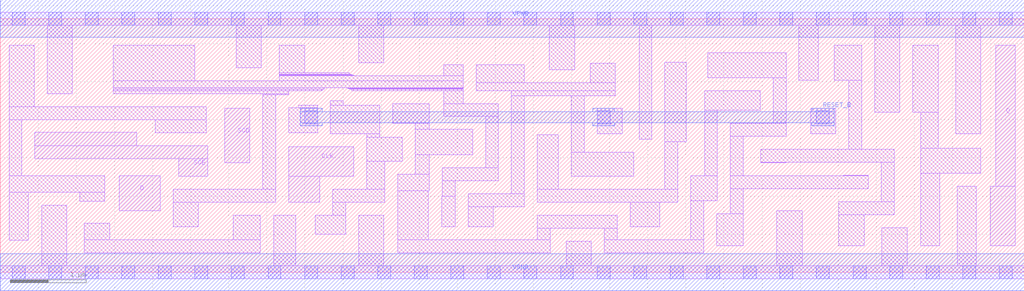
<source format=lef>
# Copyright 2020 The SkyWater PDK Authors
#
# Licensed under the Apache License, Version 2.0 (the "License");
# you may not use this file except in compliance with the License.
# You may obtain a copy of the License at
#
#     https://www.apache.org/licenses/LICENSE-2.0
#
# Unless required by applicable law or agreed to in writing, software
# distributed under the License is distributed on an "AS IS" BASIS,
# WITHOUT WARRANTIES OR CONDITIONS OF ANY KIND, either express or implied.
# See the License for the specific language governing permissions and
# limitations under the License.
#
# SPDX-License-Identifier: Apache-2.0

VERSION 5.5 ;
NAMESCASESENSITIVE ON ;
BUSBITCHARS "[]" ;
DIVIDERCHAR "/" ;
MACRO sky130_fd_sc_ls__sdfrtp_1
  CLASS CORE ;
  SOURCE USER ;
  ORIGIN  0.000000  0.000000 ;
  SIZE  13.44000 BY  3.330000 ;
  SYMMETRY X Y R90 ;
  SITE unit ;
  PIN D
    ANTENNAGATEAREA  0.159000 ;
    DIRECTION INPUT ;
    USE SIGNAL ;
    PORT
      LAYER li1 ;
        RECT 1.565000 0.810000 2.100000 1.265000 ;
    END
  END D
  PIN Q
    ANTENNADIFFAREA  0.541300 ;
    DIRECTION OUTPUT ;
    USE SIGNAL ;
    PORT
      LAYER li1 ;
        RECT 12.995000 0.350000 13.325000 1.130000 ;
        RECT 13.070000 1.130000 13.325000 2.980000 ;
    END
  END Q
  PIN RESET_B
    ANTENNAGATEAREA  0.411000 ;
    DIRECTION INPUT ;
    USE SIGNAL ;
    PORT
      LAYER met1 ;
        RECT  3.935000 1.920000  4.225000 1.965000 ;
        RECT  3.935000 1.965000 10.945000 2.105000 ;
        RECT  3.935000 2.105000  4.225000 2.150000 ;
        RECT  7.775000 1.920000  8.065000 1.965000 ;
        RECT  7.775000 2.105000  8.065000 2.150000 ;
        RECT 10.655000 1.920000 10.945000 1.965000 ;
        RECT 10.655000 2.105000 10.945000 2.150000 ;
    END
  END RESET_B
  PIN SCD
    ANTENNAGATEAREA  0.159000 ;
    DIRECTION INPUT ;
    USE SIGNAL ;
    PORT
      LAYER li1 ;
        RECT 2.945000 1.440000 3.275000 2.150000 ;
    END
  END SCD
  PIN SCE
    ANTENNAGATEAREA  0.318000 ;
    DIRECTION INPUT ;
    USE SIGNAL ;
    PORT
      LAYER li1 ;
        RECT 0.455000 1.490000 2.725000 1.660000 ;
        RECT 0.455000 1.660000 1.795000 1.835000 ;
        RECT 2.345000 1.260000 2.725000 1.490000 ;
    END
  END SCE
  PIN CLK
    ANTENNAGATEAREA  0.261000 ;
    DIRECTION INPUT ;
    USE CLOCK ;
    PORT
      LAYER li1 ;
        RECT 3.785000 0.920000 4.195000 1.260000 ;
        RECT 3.785000 1.260000 4.640000 1.650000 ;
    END
  END CLK
  PIN VGND
    DIRECTION INOUT ;
    SHAPE ABUTMENT ;
    USE GROUND ;
    PORT
      LAYER met1 ;
        RECT 0.000000 -0.245000 13.440000 0.245000 ;
    END
  END VGND
  PIN VPWR
    DIRECTION INOUT ;
    SHAPE ABUTMENT ;
    USE POWER ;
    PORT
      LAYER met1 ;
        RECT 0.000000 3.085000 13.440000 3.575000 ;
    END
  END VPWR
  OBS
    LAYER li1 ;
      RECT  0.000000 -0.085000 13.440000 0.085000 ;
      RECT  0.000000  3.245000 13.440000 3.415000 ;
      RECT  0.115000  0.420000  0.365000 1.050000 ;
      RECT  0.115000  1.050000  1.375000 1.265000 ;
      RECT  0.115000  1.265000  0.285000 2.005000 ;
      RECT  0.115000  2.005000  2.705000 2.175000 ;
      RECT  0.115000  2.175000  0.445000 2.980000 ;
      RECT  0.545000  0.085000  0.875000 0.880000 ;
      RECT  0.615000  2.345000  0.945000 3.245000 ;
      RECT  1.045000  0.935000  1.375000 1.050000 ;
      RECT  1.105000  0.255000  3.410000 0.425000 ;
      RECT  1.105000  0.425000  1.435000 0.640000 ;
      RECT  1.485000  2.345000  3.785000 2.385000 ;
      RECT  1.485000  2.385000  4.230000 2.400000 ;
      RECT  1.485000  2.400000  4.250000 2.420000 ;
      RECT  1.485000  2.420000  6.075000 2.515000 ;
      RECT  1.485000  2.515000  2.555000 2.980000 ;
      RECT  2.035000  1.830000  2.705000 2.005000 ;
      RECT  2.270000  0.595000  2.600000 0.920000 ;
      RECT  2.270000  0.920000  3.615000 1.090000 ;
      RECT  3.060000  0.425000  3.410000 0.750000 ;
      RECT  3.095000  2.685000  3.425000 3.245000 ;
      RECT  3.445000  1.090000  3.615000 2.330000 ;
      RECT  3.445000  2.330000  3.785000 2.345000 ;
      RECT  3.590000  0.085000  3.880000 0.750000 ;
      RECT  3.665000  2.515000  6.075000 2.580000 ;
      RECT  3.665000  2.580000  4.645000 2.585000 ;
      RECT  3.665000  2.585000  4.630000 2.590000 ;
      RECT  3.665000  2.590000  4.610000 2.600000 ;
      RECT  3.665000  2.600000  4.580000 2.620000 ;
      RECT  3.665000  2.620000  3.995000 2.980000 ;
      RECT  3.785000  1.830000  4.165000 2.160000 ;
      RECT  3.920000  2.160000  4.165000 2.190000 ;
      RECT  4.135000  0.500000  4.535000 0.750000 ;
      RECT  4.335000  1.820000  4.980000 2.195000 ;
      RECT  4.335000  2.195000  4.505000 2.250000 ;
      RECT  4.365000  0.750000  4.535000 0.920000 ;
      RECT  4.365000  0.920000  5.045000 1.090000 ;
      RECT  4.555000  2.415000  6.075000 2.420000 ;
      RECT  4.570000  2.410000  6.075000 2.415000 ;
      RECT  4.590000  2.400000  6.075000 2.410000 ;
      RECT  4.615000  2.385000  6.075000 2.400000 ;
      RECT  4.705000  0.085000  5.035000 0.750000 ;
      RECT  4.705000  2.750000  5.035000 3.245000 ;
      RECT  4.810000  1.090000  5.045000 1.455000 ;
      RECT  4.810000  1.455000  5.280000 1.775000 ;
      RECT  4.810000  1.775000  4.980000 1.820000 ;
      RECT  5.155000  1.955000  5.630000 2.215000 ;
      RECT  5.215000  0.255000  7.220000 0.425000 ;
      RECT  5.215000  0.425000  5.620000 1.070000 ;
      RECT  5.215000  1.070000  5.630000 1.285000 ;
      RECT  5.450000  1.285000  5.630000 1.545000 ;
      RECT  5.450000  1.545000  6.200000 1.875000 ;
      RECT  5.450000  1.875000  5.630000 1.955000 ;
      RECT  5.795000  0.595000  5.975000 0.995000 ;
      RECT  5.800000  0.995000  5.975000 1.200000 ;
      RECT  5.800000  1.200000  6.540000 1.370000 ;
      RECT  5.825000  2.045000  6.540000 2.215000 ;
      RECT  5.825000  2.215000  6.075000 2.385000 ;
      RECT  5.825000  2.580000  6.075000 2.725000 ;
      RECT  6.145000  0.595000  6.470000 0.860000 ;
      RECT  6.145000  0.860000  6.880000 1.030000 ;
      RECT  6.250000  2.385000  8.075000 2.490000 ;
      RECT  6.250000  2.490000  6.880000 2.725000 ;
      RECT  6.370000  1.370000  6.540000 2.045000 ;
      RECT  6.710000  1.030000  6.880000 2.320000 ;
      RECT  6.710000  2.320000  8.075000 2.385000 ;
      RECT  7.050000  0.425000  7.220000 0.580000 ;
      RECT  7.050000  0.580000  8.100000 0.750000 ;
      RECT  7.050000  0.920000  8.895000 1.090000 ;
      RECT  7.050000  1.090000  7.325000 1.805000 ;
      RECT  7.205000  2.660000  7.540000 3.245000 ;
      RECT  7.430000  0.085000  7.760000 0.410000 ;
      RECT  7.495000  1.260000  8.315000 1.575000 ;
      RECT  7.495000  1.575000  7.665000 2.320000 ;
      RECT  7.745000  2.490000  8.075000 2.745000 ;
      RECT  7.835000  1.815000  8.165000 2.150000 ;
      RECT  7.930000  0.255000  9.235000 0.425000 ;
      RECT  7.930000  0.425000  8.100000 0.580000 ;
      RECT  8.270000  0.595000  8.655000 0.920000 ;
      RECT  8.385000  1.745000  8.555000 3.245000 ;
      RECT  8.725000  1.090000  8.895000 1.715000 ;
      RECT  8.725000  1.715000  9.005000 2.755000 ;
      RECT  9.065000  0.425000  9.235000 0.940000 ;
      RECT  9.065000  0.940000  9.415000 1.270000 ;
      RECT  9.245000  1.270000  9.415000 2.125000 ;
      RECT  9.245000  2.125000  9.975000 2.380000 ;
      RECT  9.290000  2.550000 10.315000 2.880000 ;
      RECT  9.405000  0.350000  9.755000 0.770000 ;
      RECT  9.585000  0.770000  9.755000 1.095000 ;
      RECT  9.585000  1.095000 11.395000 1.265000 ;
      RECT  9.585000  1.265000  9.755000 1.785000 ;
      RECT  9.585000  1.785000 10.315000 1.955000 ;
      RECT  9.985000  1.435000 10.315000 1.445000 ;
      RECT  9.985000  1.445000 11.735000 1.615000 ;
      RECT 10.145000  1.955000 10.315000 2.550000 ;
      RECT 10.195000  0.085000 10.525000 0.810000 ;
      RECT 10.485000  2.520000 10.735000 3.245000 ;
      RECT 10.640000  1.820000 10.970000 2.150000 ;
      RECT 10.945000  2.520000 11.310000 2.980000 ;
      RECT 11.010000  0.350000 11.340000 0.755000 ;
      RECT 11.010000  0.755000 11.735000 0.925000 ;
      RECT 11.065000  1.265000 11.395000 1.275000 ;
      RECT 11.140000  1.615000 11.310000 2.520000 ;
      RECT 11.480000  2.100000 11.810000 3.245000 ;
      RECT 11.565000  0.925000 11.735000 1.445000 ;
      RECT 11.570000  0.085000 11.905000 0.585000 ;
      RECT 11.980000  2.100000 12.310000 2.980000 ;
      RECT 12.085000  0.350000 12.335000 1.300000 ;
      RECT 12.085000  1.300000 12.870000 1.630000 ;
      RECT 12.085000  1.630000 12.310000 2.100000 ;
      RECT 12.540000  1.820000 12.870000 3.245000 ;
      RECT 12.565000  0.085000 12.815000 1.130000 ;
    LAYER mcon ;
      RECT  0.155000 -0.085000  0.325000 0.085000 ;
      RECT  0.155000  3.245000  0.325000 3.415000 ;
      RECT  0.635000 -0.085000  0.805000 0.085000 ;
      RECT  0.635000  3.245000  0.805000 3.415000 ;
      RECT  1.115000 -0.085000  1.285000 0.085000 ;
      RECT  1.115000  3.245000  1.285000 3.415000 ;
      RECT  1.595000 -0.085000  1.765000 0.085000 ;
      RECT  1.595000  3.245000  1.765000 3.415000 ;
      RECT  2.075000 -0.085000  2.245000 0.085000 ;
      RECT  2.075000  3.245000  2.245000 3.415000 ;
      RECT  2.555000 -0.085000  2.725000 0.085000 ;
      RECT  2.555000  3.245000  2.725000 3.415000 ;
      RECT  3.035000 -0.085000  3.205000 0.085000 ;
      RECT  3.035000  3.245000  3.205000 3.415000 ;
      RECT  3.515000 -0.085000  3.685000 0.085000 ;
      RECT  3.515000  3.245000  3.685000 3.415000 ;
      RECT  3.995000 -0.085000  4.165000 0.085000 ;
      RECT  3.995000  1.950000  4.165000 2.120000 ;
      RECT  3.995000  3.245000  4.165000 3.415000 ;
      RECT  4.475000 -0.085000  4.645000 0.085000 ;
      RECT  4.475000  3.245000  4.645000 3.415000 ;
      RECT  4.955000 -0.085000  5.125000 0.085000 ;
      RECT  4.955000  3.245000  5.125000 3.415000 ;
      RECT  5.435000 -0.085000  5.605000 0.085000 ;
      RECT  5.435000  3.245000  5.605000 3.415000 ;
      RECT  5.915000 -0.085000  6.085000 0.085000 ;
      RECT  5.915000  3.245000  6.085000 3.415000 ;
      RECT  6.395000 -0.085000  6.565000 0.085000 ;
      RECT  6.395000  3.245000  6.565000 3.415000 ;
      RECT  6.875000 -0.085000  7.045000 0.085000 ;
      RECT  6.875000  3.245000  7.045000 3.415000 ;
      RECT  7.355000 -0.085000  7.525000 0.085000 ;
      RECT  7.355000  3.245000  7.525000 3.415000 ;
      RECT  7.835000 -0.085000  8.005000 0.085000 ;
      RECT  7.835000  1.950000  8.005000 2.120000 ;
      RECT  7.835000  3.245000  8.005000 3.415000 ;
      RECT  8.315000 -0.085000  8.485000 0.085000 ;
      RECT  8.315000  3.245000  8.485000 3.415000 ;
      RECT  8.795000 -0.085000  8.965000 0.085000 ;
      RECT  8.795000  3.245000  8.965000 3.415000 ;
      RECT  9.275000 -0.085000  9.445000 0.085000 ;
      RECT  9.275000  3.245000  9.445000 3.415000 ;
      RECT  9.755000 -0.085000  9.925000 0.085000 ;
      RECT  9.755000  3.245000  9.925000 3.415000 ;
      RECT 10.235000 -0.085000 10.405000 0.085000 ;
      RECT 10.235000  3.245000 10.405000 3.415000 ;
      RECT 10.715000 -0.085000 10.885000 0.085000 ;
      RECT 10.715000  1.950000 10.885000 2.120000 ;
      RECT 10.715000  3.245000 10.885000 3.415000 ;
      RECT 11.195000 -0.085000 11.365000 0.085000 ;
      RECT 11.195000  3.245000 11.365000 3.415000 ;
      RECT 11.675000 -0.085000 11.845000 0.085000 ;
      RECT 11.675000  3.245000 11.845000 3.415000 ;
      RECT 12.155000 -0.085000 12.325000 0.085000 ;
      RECT 12.155000  3.245000 12.325000 3.415000 ;
      RECT 12.635000 -0.085000 12.805000 0.085000 ;
      RECT 12.635000  3.245000 12.805000 3.415000 ;
      RECT 13.115000 -0.085000 13.285000 0.085000 ;
      RECT 13.115000  3.245000 13.285000 3.415000 ;
  END
END sky130_fd_sc_ls__sdfrtp_1
END LIBRARY

</source>
